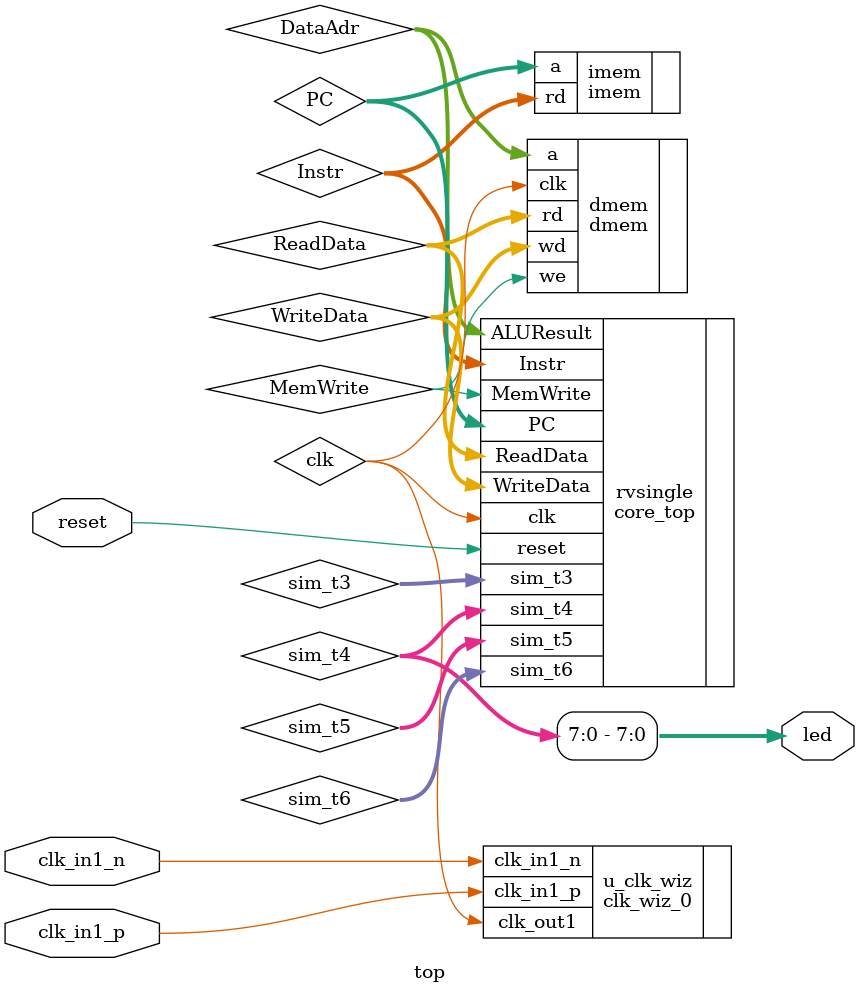
<source format=sv>
module top(input  logic        clk_in1_p, 
           input  logic        clk_in1_n, 
           input  logic        reset, 
           output logic [7:0]  led);

  logic clk, MemWrite;
  logic [31:0] PC, Instr, ReadData,WriteData, DataAdr;
  logic [31:0] sim_t3, sim_t4, sim_t5, sim_t6;
  
  // instantiate processor and memories
  core_top  rvsingle( .clk      (clk      ),
                      .reset    (reset    ),
                      .PC       (PC       ),
                      .Instr    (Instr    ),
                      .MemWrite (MemWrite ),
                      .ALUResult(DataAdr  ), // Mem addr;
                      .WriteData(WriteData),  
                      .ReadData (ReadData ),
                      .sim_t3   (sim_t3   ),
                      .sim_t4   (sim_t4   ),
                      .sim_t5   (sim_t5   ),
                      .sim_t6   (sim_t6   ));

  imem      imem    ( .a        (PC       ),
                      .rd       (Instr    ));

  dmem      dmem    ( .clk      (clk      ),
                      .we       (MemWrite ),
                      .a        (DataAdr  ), 
                      .wd       (WriteData),
                      .rd       (ReadData ));
 
     clk_wiz_0 u_clk_wiz
      (
       // Clock out ports
       .clk_out1(clk),     // output clk_out1
      // Clock in ports
       .clk_in1_p(clk_in1_p),    // input clk_in1_p
       .clk_in1_n(clk_in1_n));    // input clk_in1_n

   assign led[7:0] = sim_t4[7:0];

endmodule
</source>
